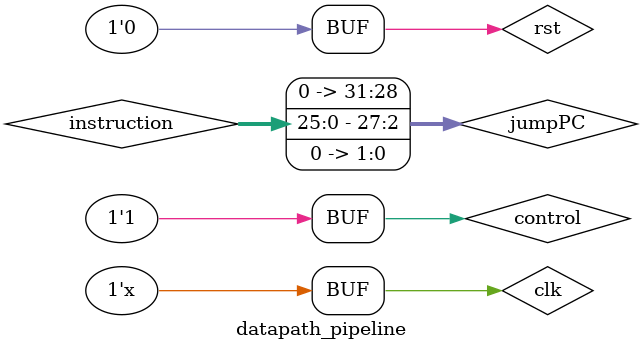
<source format=v>
module datapath_pipeline();
    reg clk;
    wire [31:0] pc, pc_out;
    wire [31:0] instruction, instruction_ID, instruction_EX;
    reg rst;
    wire zero;
    wire [31:0] rs, rt, rd, ans, rd_final_data;
    // temp var
    reg [4:0] reg_des_address, regs_address, regt_address;  
    // control signals
    wire regDest, jump, branch, MemRead, MemtoReg, MemWrite, ALUSrc, RegWrite;
    wire [1:0] ALUOp;
    wire branchCheck;
    reg [31:0] tempPC, jumpPC;
    wire [31:0] data_out, data_out_WB;
    reg control;

    //==================>Control Signals for Registers<=========================
    // IO for ID_EX_pipeline_reg 
    wire regDest_EX, jump_EX, branch_EX, MemRead_EX, MemtoReg_EX, MemWrite_EX, ALUSrc_EX, RegWrite_EX;
    wire [1:0] ALUOp_EX;

    wire [31:0] rs_EX, rt_EX, alu_data_EX, SignExtend_EX;
    wire [4:0] rt_address,  rs_address,rd_address;

    // IO for EX_MEM_pipeline_reg 
    wire jump_MEM, branch_MEM, MemRead_MEM, MemtoReg_MEM, MemWrite_MEM, RegWrite_MEM, zero_MEM;
    wire [31:0] branch_address_1;

    wire [4:0] reg_des_address_MEM;
    wire [31:0] ans_1, rt_1, ans_final;

    // IO for MEM_WB_pipeline_reg
    wire RegWrite_WB, MemtoReg_WB;
    wire [4:0] reg_des_address_WB;

    //========================Before IF/ID Register====================================
	wire [31:0] alu_data_out;
// Hazard Detection Unit
    wire stall;
    hazard_detection_unit hdu(
	.clk(clk),
        .rs1_ID(instruction_ID[25:21]),
        .rs2_ID(instruction_ID[20:16]),
        .rt_EX(rt_address),
        .MemRead_EX(MemRead_EX),
        .stall(stall)
    );

    // PC Call
    PC_pipeline uut (
        .pc(pc),
        .jump_address(jumpPC),
        .pc_out(pc_out),
	.enable(~stall),
        .jump(jump),
        .clk(clk),
        .rst(rst)
    );

    // get instruction Call
    instr_rom getInstruction (
        .address(pc), 
        .instr(instruction)
    );

    //=====================>IF/ID reg Call<======================
    
    IF_ID_pipeline_reg IF_ID_call(
        .clk(clk),
        .reset(rst),
        .enable(~stall), // Enable the register only if there's no stall
        .alu_data(pc + 1),
        .inst_mem_data(instruction),
        .alu_data_out(alu_data_out),
        .inst_mem_data_out(instruction_ID)
    );

    //======================================>Before ID_EX Register<================================
    // set control signals
    control_sig cs(
        .control(control),
        .regDest(regDest),
        .jump(jump),
        .branch(branch),
        .MemRead(MemRead),
        .MemtoReg(MemtoReg),
        .MemWrite(MemWrite),
        .ALUSrc(ALUSrc),
        .RegWrite(RegWrite),
        .ALUOp(ALUOp),
        .opcode(instruction_ID[31:26])
    );
	always@(*) begin
		regs_address= instruction_ID[25:21];
		regt_address = instruction_ID[20:16];
	end
    // register file call
    reg_file getData(
        .rdata1(rs),
        .rdata2(rt),
        .rs1(regs_address),
        .rs2(regt_address),
        .rd(reg_des_address_WB), 
        .write_data(rd_final_data),
        .clk(clk),
        .mem_write(RegWrite_WB)
    );

    // SignExtend Call
    wire [31:0] SignExtend;
    sign_extend se(instruction_ID[15:0], SignExtend);

    

    //=====================================>ID_EX_pipeline_reg call<====================================    
    ID_EX_pipeline_reg ID_EX_Call(
        .clk(clk),
        .reset(rst),  
	.stall(stall), 
        .alu_data(alu_data_out),
        .rs(rs),
        .rt(rt),
        .sign_extend_inp(SignExtend),
	.rs_address(regs_address),
        .rt_address(instruction_ID[20:16]),
        .rd_address(instruction_ID[15:11]),

        .alu_data_out(alu_data_EX),
        .rs_out(rs_EX),
        .rt_out(rt_EX),
        .sign_extend_out(SignExtend_EX),
	.rs_address_out(rs_address),
        .rt_address_out(rt_address),
        .rd_address_out(rd_address),

        .regDest(regDest),
        .jump(jump),
        .branch(branch),
        .MemRead(MemRead),
        .MemtoReg(MemtoReg),
        .MemWrite(MemWrite),
        .ALUSrc(ALUSrc),
        .ALUOp(ALUOp),
        .RegWrite(RegWrite),

        .regDest_out(regDest_EX),
        .jump_out(jump_EX),
        .branch_out(branch_EX),
        .MemRead_out(MemRead_EX),
        .MemtoReg_out(MemtoReg_EX),
        .MemWrite_out(MemWrite_EX),
        .ALUSrc_out(ALUSrc_EX),
        .ALUOp_out(ALUOp_EX),
        .RegWrite_out(RegWrite_EX),
        .instruction(instruction_ID),
        .instruction_out(instruction_EX)
    );

    // Forwarding Unit
    wire [1:0] forwardA, forwardB;
    forwarding_unit fu(
        .rs_EX(rs_address),
        .rt_EX(rt_address),
        .rd_MEM(reg_des_address_MEM),
        .rd_WB(reg_des_address_WB),
        .RegWrite_MEM(RegWrite_EX),
        .RegWrite_WB(RegWrite_MEM),
        .forwardA(forwardA),
        .forwardB(forwardB)
    );

    always @* begin
        reg_des_address = regDest_EX ? rd_address : rt_address;
    end

    reg [31:0] alu_inp_2, alu_inp_1;
    reg [31:0] branch_address;

    always @* begin
        // Forwarding logic for ALU inputs   (ALUSrc_EX) ? {SignExtend_EX[15], instruction_EX[14:0]} : rt_EX;  
	//.MemRead_EX(MemtoReg_EX),
        case (forwardA)
            2'b00: alu_inp_1 = rs_EX;
            2'b01: alu_inp_1 = (MemRead_EX)?data_out: ans_1;
            2'b10: alu_inp_1 = rd_final_data;
	    2'b11: alu_inp_1 = data_out;
        endcase

        case (forwardB)
            2'b00: alu_inp_2 = (ALUSrc_EX) ? {SignExtend_EX[15], instruction_EX[14:0]} : rt_EX;
            2'b01: alu_inp_2 = (MemRead_EX)?data_out: ans_1;
            2'b10: alu_inp_2 = rd_final_data;
	    2'b11: alu_inp_1 = data_out;
        endcase

        if (branch_EX == 1) begin
            branch_address[14:0] = instruction_EX[15:0];
            branch_address = branch_address << 2;
            branch_address = branch_address + pc;
        end else
            branch_address = 0;

        jumpPC = 0;
        jumpPC = instruction[25:0];
        jumpPC = jumpPC << 2;
    end

    alu_pipeline calc(
        .ans(ans),
        .zero(zero),
        .a(alu_inp_1),
        .b(alu_inp_2),
        .aluOP(ALUOp_EX),
        .sel(instruction_EX[5:0])
    );

    //=====================================> EX/MEM <==============================
    EX_MEM_pipeline_reg EX_MEM_CALL(
        .clk(clk),
        .reset(rst),

        .alu_data1(branch_address), 
        .alu_data2(ans),
        .rt(rt_EX),
        .zero(zero),
        .reg_des_address(reg_des_address),

        .alu_data_out1(branch_address_1),
        .alu_data_out2(ans_1),
        .rt_out(rt_1),
        .zero_out(zero_MEM),
        .reg_des_address_out(reg_des_address_MEM),

        .jump(jump_EX),
        .branch(branch_EX),
        .MemRead(MemRead_EX),
        .MemtoReg(MemtoReg_EX),
        .MemWrite(MemWrite_EX),
        .RegWrite(RegWrite_EX),

        .jump_out(jump_MEM),
        .branch_out(branch_MEM),
        .MemRead_out(MemRead_MEM),
        .MemtoReg_out(MemtoReg_MEM),
        .MemWrite_out(MemWrite_MEM),
        .RegWrite_out(RegWrite_MEM)
    );

    reg PCSrc;
    always @(*) begin
        PCSrc = zero_MEM & branch_MEM;
        tempPC = branch_address_1;
    end
    assign branchCheck = zero_MEM & branch_MEM;
    assign pc = rst ? 32'b0 : (branchCheck) ? tempPC : pc_out;

    // Calling Data Memory
    data_mem DataMemCall(
        .address(ans_1),
        .data_in(rt_1),
        .data_out(data_out),
        .we(MemWrite_MEM),
        .clk(clk)
    );

    //========================>MEM_WB Call<=================================
    MEM_WB_pipeline_reg MEM_WB(
        .clk(clk),
        .reset(rst),

        .alu_data(ans_1),
        .rd(rd),
        .rd_address(reg_des_address_MEM),
        .data(data_out),

        .RegWrite(RegWrite_MEM),
        .MemtoReg(MemtoReg_MEM),

        .rd_out(rd),
        .alu_data_out(ans_final),
        .rd_address_out(reg_des_address_WB),
        .data_out(data_out_WB),

        .RegWrite_out(RegWrite_WB),
        .MemtoReg_out(MemtoReg_WB)
    );
    assign rd_final_data = MemtoReg_WB ? data_out_WB : ans_final;

    initial begin
        rst = 1; clk = 1;
        tempPC = 0;
        PCSrc = 0;
        control = 0;
        #100;
        rst = 0; 
        control = 1;
    end

    always #50 clk = ~clk;
endmodule

</source>
